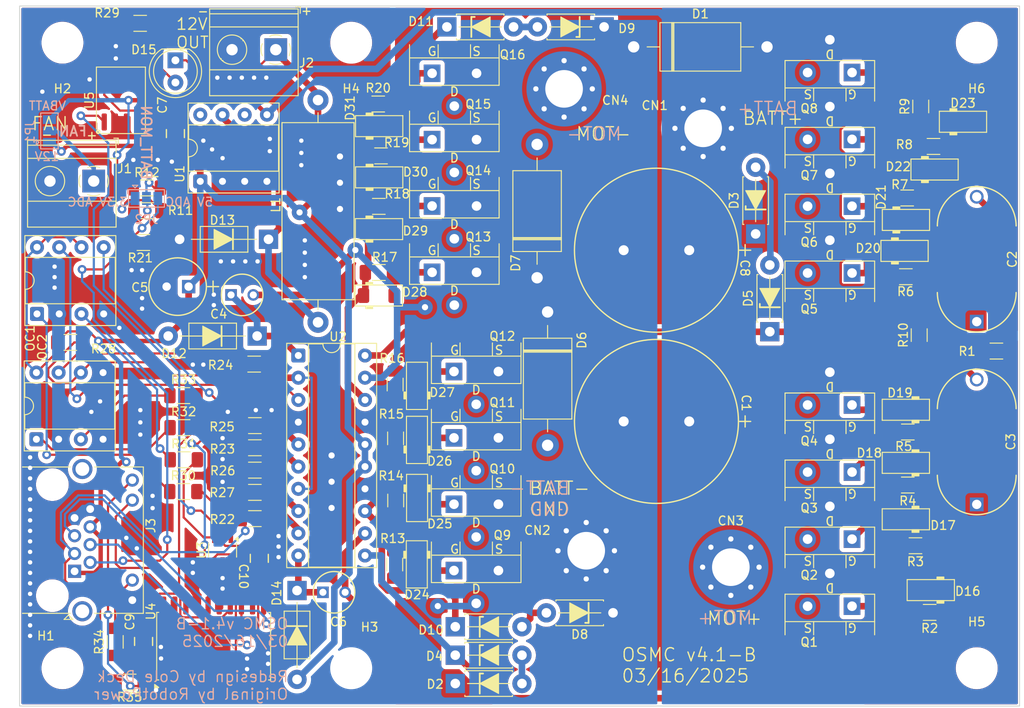
<source format=kicad_pcb>
(kicad_pcb
	(version 20241229)
	(generator "pcbnew")
	(generator_version "9.0")
	(general
		(thickness 1.6)
		(legacy_teardrops no)
	)
	(paper "A4")
	(layers
		(0 "F.Cu" signal)
		(2 "B.Cu" signal)
		(9 "F.Adhes" user "F.Adhesive")
		(11 "B.Adhes" user "B.Adhesive")
		(13 "F.Paste" user)
		(15 "B.Paste" user)
		(5 "F.SilkS" user "F.Silkscreen")
		(7 "B.SilkS" user "B.Silkscreen")
		(1 "F.Mask" user)
		(3 "B.Mask" user)
		(17 "Dwgs.User" user "User.Drawings")
		(19 "Cmts.User" user "User.Comments")
		(21 "Eco1.User" user "User.Eco1")
		(23 "Eco2.User" user "User.Eco2")
		(25 "Edge.Cuts" user)
		(27 "Margin" user)
		(31 "F.CrtYd" user "F.Courtyard")
		(29 "B.CrtYd" user "B.Courtyard")
		(35 "F.Fab" user)
		(33 "B.Fab" user)
		(39 "User.1" user)
		(41 "User.2" user)
		(43 "User.3" user)
		(45 "User.4" user)
		(47 "User.5" user)
		(49 "User.6" user)
		(51 "User.7" user)
		(53 "User.8" user)
		(55 "User.9" user)
	)
	(setup
		(pad_to_mask_clearance 0)
		(allow_soldermask_bridges_in_footprints no)
		(tenting front back)
		(pcbplotparams
			(layerselection 0x00000000_00000000_55555555_5755f5ff)
			(plot_on_all_layers_selection 0x00000000_00000000_00000000_00000000)
			(disableapertmacros no)
			(usegerberextensions no)
			(usegerberattributes yes)
			(usegerberadvancedattributes yes)
			(creategerberjobfile yes)
			(dashed_line_dash_ratio 12.000000)
			(dashed_line_gap_ratio 3.000000)
			(svgprecision 4)
			(plotframeref no)
			(mode 1)
			(useauxorigin no)
			(hpglpennumber 1)
			(hpglpenspeed 20)
			(hpglpendiameter 15.000000)
			(pdf_front_fp_property_popups yes)
			(pdf_back_fp_property_popups yes)
			(pdf_metadata yes)
			(pdf_single_document no)
			(dxfpolygonmode yes)
			(dxfimperialunits yes)
			(dxfusepcbnewfont yes)
			(psnegative no)
			(psa4output no)
			(plot_black_and_white yes)
			(plotinvisibletext no)
			(sketchpadsonfab no)
			(plotpadnumbers no)
			(hidednponfab no)
			(sketchdnponfab yes)
			(crossoutdnponfab yes)
			(subtractmaskfromsilk no)
			(outputformat 1)
			(mirror no)
			(drillshape 1)
			(scaleselection 1)
			(outputdirectory "")
		)
	)
	(net 0 "")
	(net 1 "VBATT")
	(net 2 "GND")
	(net 3 "BHS")
	(net 4 "Net-(C2-Pad2)")
	(net 5 "AHS")
	(net 6 "Net-(C3-Pad2)")
	(net 7 "Net-(D12-K)")
	(net 8 "+12V")
	(net 9 "Net-(D14-K)")
	(net 10 "+5V")
	(net 11 "DISABLE")
	(net 12 "AHI")
	(net 13 "ALI")
	(net 14 "BATT_MON")
	(net 15 "BLI")
	(net 16 "Net-(D2-A)")
	(net 17 "Net-(D3-A)")
	(net 18 "AHO")
	(net 19 "BHO")
	(net 20 "Net-(D10-A)")
	(net 21 "Net-(D11-A)")
	(net 22 "ALO")
	(net 23 "BLO")
	(net 24 "Net-(D13-K)")
	(net 25 "Net-(D15-Pad2)")
	(net 26 "Net-(D16-A)")
	(net 27 "Net-(D17-A)")
	(net 28 "Net-(D18-A)")
	(net 29 "Net-(D19-A)")
	(net 30 "Net-(D20-A)")
	(net 31 "Net-(D21-A)")
	(net 32 "Net-(D22-A)")
	(net 33 "Net-(D23-A)")
	(net 34 "Net-(D24-A)")
	(net 35 "Net-(D25-A)")
	(net 36 "Net-(D26-A)")
	(net 37 "Net-(D27-A)")
	(net 38 "Net-(D28-A)")
	(net 39 "Net-(D29-A)")
	(net 40 "Net-(D30-A)")
	(net 41 "Net-(D31-A)")
	(net 42 "Net-(J1-Pin_1)")
	(net 43 "Net-(U2-HDEL)")
	(net 44 "Net-(U2-LDEL)")
	(net 45 "unconnected-(U1-NC-Pad6)")
	(net 46 "unconnected-(U1-NC-Pad8)")
	(net 47 "DIRECTION")
	(net 48 "ENABLE")
	(net 49 "SPEED")
	(net 50 "Net-(J3-Pad10)")
	(net 51 "EN_IN_LED")
	(net 52 "Net-(J3-Pad12)")
	(net 53 "Net-(OC1-Pad3)")
	(net 54 "Net-(OC1-Pad1)")
	(net 55 "Net-(OC2-Pad1)")
	(net 56 "Net-(OC2-Pad3)")
	(net 57 "Net-(R30-Pad2)")
	(net 58 "Net-(R31-Pad2)")
	(net 59 "EN_IN_B")
	(net 60 "EN_IN_A")
	(net 61 "PWM_IN")
	(net 62 "DIR_IN")
	(net 63 "unconnected-(U4-2Y1-Pad5)")
	(net 64 "unconnected-(U4-2Y0-Pad3)")
	(net 65 "unconnected-(U4-1Y3-Pad12)")
	(net 66 "unconnected-(U5-NC-Pad4)")
	(net 67 "unconnected-(U5-NC-Pad5)")
	(net 68 "Net-(JP2-A)")
	(net 69 "Net-(JP2-B)")
	(footprint "Package_SO_AKL:SOIC-8_3.9x4.9mm_P1.27mm" (layer "F.Cu") (at 113.18 61.59 90))
	(footprint "MountingHole:MountingHole_4.3mm_M4_Pad_Via" (layer "F.Cu") (at 166.365 113.07))
	(footprint "Diode_THT_AKL:D_DO-41_SOD81_P10.16mm_Horizontal" (layer "F.Cu") (at 130.05 77.475 180))
	(footprint "C4,6:CAP_T350B_4p5X4p5-2p54_KEM" (layer "F.Cu") (at 127.04 83.83))
	(footprint "TO220-3-Staggered:TO-220-3_Vertical_GDS_Staggered" (layer "F.Cu") (at 151.25 115.3375))
	(footprint "Resistor_SMD:R_1206_3216Metric_Pad1.30x1.75mm_HandSolder" (layer "F.Cu") (at 142.66 73.71))
	(footprint "Package_DIP:DIP-20_W7.62mm_Socket" (layer "F.Cu") (at 133.46 90.755))
	(footprint "TO220-3-Staggered:TO-220-3_Vertical_GDS_Staggered" (layer "F.Cu") (at 196.75 58.4125 180))
	(footprint "MountingHole:MountingHole_4.3mm_M4" (layer "F.Cu") (at 106.5 126.5))
	(footprint "Resistor_SMD:R_1206_3216Metric_Pad1.30x1.75mm_HandSolder" (layer "F.Cu") (at 203.125 99.5 180))
	(footprint "Resistor_SMD:R_1206_3216Metric_Pad1.30x1.75mm_HandSolder" (layer "F.Cu") (at 115.75 77.84 180))
	(footprint "Resistor_SMD:R_1206_3216Metric_Pad1.30x1.75mm_HandSolder" (layer "F.Cu") (at 114.18 128.09))
	(footprint "TO220-3-Staggered:TO-220-3_Vertical_GDS_Staggered" (layer "F.Cu") (at 148.75 58.5))
	(footprint "Diode_SMD_AKL:D_MiniMELF" (layer "F.Cu") (at 202.75 78.8))
	(footprint "Inductor_THT:L_Axial_L20.0mm_D8.0mm_P25.40mm_Horizontal" (layer "F.Cu") (at 135.71 86.96 90))
	(footprint "Package_DIP:DIP-8_W7.62mm_Socket" (layer "F.Cu") (at 103.59 86 90))
	(footprint "Resistor_SMD:R_1206_3216Metric_Pad1.30x1.75mm_HandSolder" (layer "F.Cu") (at 120.37 102.67))
	(footprint "TSOP-6-WidePads:TSOP-6_1.65x3.05mm_P0.95mm" (layer "F.Cu") (at 124.8 113 -90))
	(footprint "TO220-3-Staggered:TO-220-3_Vertical_GDS_Staggered" (layer "F.Cu") (at 196.75 96.4125 180))
	(footprint "TO220-3-Staggered:TO-220-3_Vertical_GDS_Staggered" (layer "F.Cu") (at 196.75 73.6908 180))
	(footprint "Diode_THT:D_DO-201AE_P15.24mm_Horizontal" (layer "F.Cu") (at 161.95 85.78 -90))
	(footprint "Diode_THT_AKL:D_DO-41_SOD81_P7.62mm_Horizontal_Zener" (layer "F.Cu") (at 185.73 76.86 90))
	(footprint "Diode_SMD_AKL:D_MiniMELF" (layer "F.Cu") (at 142.7 70.39))
	(footprint "MountingHole:MountingHole_4.3mm_M4_Pad_Via" (layer "F.Cu") (at 179.73 64.79))
	(footprint "Resistor_SMD:R_1206_3216Metric_Pad1.30x1.75mm_HandSolder" (layer "F.Cu") (at 206.06 66.86))
	(footprint "Package_DIP:DIP-8_W7.62mm_Socket" (layer "F.Cu") (at 103.52 100.33 90))
	(footprint "Resistor_SMD:R_1206_3216Metric_Pad1.30x1.75mm_HandSolder" (layer "F.Cu") (at 144.575 100.225 90))
	(footprint "Diode_THT_AKL:D_DO-41_SOD81_P7.62mm_Horizontal_Zener" (layer "F.Cu") (at 151.4 121.76))
	(footprint "TerminalBlock_Phoenix:TerminalBlock_Phoenix_MKDS-1,5-2_1x02_P5.00mm_Horizontal" (layer "F.Cu") (at 130.88 55.8 180))
	(footprint "Resistor_SMD:R_1206_3216Metric_Pad1.30x1.75mm_HandSolder" (layer "F.Cu") (at 144.59 107.33 -90))
	(footprint "TO220-3-Staggered:TO-220-3_Vertical_GDS_Staggered" (layer "F.Cu") (at 196.75 104.0792 180))
	(footprint "C2,3:CAP_225P_WA_0.70X0.40X0.55_CND_NARROW" (layer "F.Cu") (at 211 107.7748 90))
	(footprint "Diode_SMD_AKL:D_MiniMELF" (layer "F.Cu") (at 209.43 64.04))
	(footprint "Diode_THT:D_DO-201AE_P15.24mm_Horizontal" (layer "F.Cu") (at 160.75 81.87 90))
	(footprint "Diode_THT_AKL:D_DO-41_SOD81_P7.62mm_Horizontal_Zener" (layer "F.Cu") (at 187.35 88.035 90))
	(footprint "TO220-3-Staggered:TO-220-3_Vertical_GDS_Staggered"
		(layer "F.Cu")
		(uuid "58ec8157-ff71-4e42-bf90-34ffbba27168")
		(at 196.75 111.7458 180)
		(descr "TO-220-3, Vertical, RM 2.54mm, see https://www.vishay.com/docs/66542/to-220-1.pdf, Alternate KiCad Library")
		(tags "TO-220-3 Vertical RM 2.54mm")
		(property "Reference" "Q2"
			(at 4.9 -4.1125 0)
			(layer "F.SilkS")
			(uuid "e24f22f2-6050-4c60-b919-b6279e785bf9")
			(effects
				(font
					(size 1 1)
					(thickness 0.15)
				)
			)
		)
		(property "Value" "IRF1405"
			(at 2.54 2.5 0)
			(layer "F.Fab")
			(hide yes)
			(uuid "4ed4fde2-f293-4dbc-a204-5d28119de843")
			(effects
				(font
					(size 1 1)
					(thickness 0.15)
				)
			)
		)
		(property "Datasheet" "https://www.tme.eu/Document/5d03459d5e32429fc7bb326296c569be/irf1405.pdf"
			(at 0 0 180)
			(layer "F.Fab")
			(hide yes)
			(uuid "c057975a-789f-4968-a845-8c681303ce1b")
			(effects
				(font
					(size 1.27 1.27)
					(thickness 0.15)
				)
			)
		)
		(property "Description" ""
			(at 0 0 180)
			(layer "F.Fab")
			(hide yes)
			(uuid "49587152-2f11-4a51-9f59-e47953ed6726")
			(effects
				(font
					(size 1.27 1.27)
					(thickness 0.15)
				)
			)
		)
		(path "/87725558-5177-4ba6-aae6-270c00731bd7")
		(sheetname "/")
		(sheetfile "OSMC-v4.0.kicad_sch")
		(fp_line
			(start 7.66 -3.27)
			(end 7.66 1.371)
			(stroke
				(width 0.12)
				(type solid)
			)
			(layer "F.SilkS")
			(uuid "ef2b7eac-6942-43b9-af73-32927398f473")
		)
		(fp_line
			(start 4.391 -3.27)
			(end 4.391 -1.76)
			(stroke
				(width 0.12)
				(type solid)
			)
			(layer "F.SilkS")
			(uuid "0f94f953-ddb2-4e86-9380-03369d086b31")
		)
		(fp_line
			(start 0.69 -3.27)
			(end 0.69 -1.76)
			(stroke
				(width 0.12)
				(type solid)
			)
			(layer "F.SilkS")
			(uuid "98ba15d2-1554-4b5b-982e-441f36a31f6f")
		)
		(fp_line
			(start -2.58 1.371)
			(end 7.66 1.371)
			(stroke
				(width 0.12)
				(type solid)
			)
			(layer "F.SilkS")
			(uuid "4d795e91-2032-4815-986e-6b7f0ecb7417")
		)
		(fp_line
			(start -2.58 -1.76)
			(end 7.66 -1.76)
			(stroke
				(width 0.12)
				(type solid)
			)
			(layer "F.SilkS")
			(uuid "e6036090-5929-4a4a-9cae-c327916c185f")
		)
		(fp_line
			(start -2.58 -3.27)
			(end -2.58 1.371)
			(stroke
				(width 0.12)
				(type solid)
			)
			(layer "F.SilkS")
			(uuid "a65b505d-da51-4bed-9ea3-26097eb7e7c0")
		)
		(fp_line
			(start 7.79 1.51)
			(end 7.79 -3.4)
			(stroke
				(width 0.05)
				(type solid)
			)
			(layer "F.CrtYd")
			(uuid "8ea04f62-49e6-4b3a-bc9e-6d4816f2c521")
		)
		(fp_line
			(start 7.79 -3.4)
			(end -2.71 -3.4)
			(stroke
				(width 0.05)
				(type solid)
			)
			(layer "F.CrtYd")
			(uuid "a7cff443-9112-47f2-aa13-12024f72761c")
		)
		(fp_line
			(start -2.71 1.51)
			(end 7.79 1.51)
			(stroke
				(width 0.05)
				(type solid)
			)
			(layer "F.CrtYd")
			(uuid "91def40c-b327-4847-9d9f-c50079ae2a88")
		)
		(fp_line
			(start -2.71 -3.4)
			(end -2.71 1.51)
			(stroke
				(width 0.05)
				(type solid)
			)
			(layer "F.CrtYd")
			(uuid "afdf563e-d240-406e-9886-0ba6293313ae")
		)
		(fp_line
			(start 7.54 1.25)
			(end 7.54 -3.15)
			(stroke
				(width 0.1)
				(type solid)
			)
			(layer "F.Fab")
			(uuid "aba78542-d968-4867-ac05-ed0cd64b7190")
		)
		(fp_line
			(start 7.54 -3.15)
			(end -2.46 -3.15)
			(stroke
				(width 0.1)
				(type solid)
			)
			(layer "F.Fab")
			(uuid "9909df29-f236-4c10-821d-bce08668623a")
		)
		(fp_line
			(start 4.39 -3.15)
			(end 4.39 -1.88)
			(stroke
				(width 0.1)
				(type solid)
			)
			(layer "F.Fab")
			(uuid "6bb5e1e7-e42c-4880-a3cf-2dde2a48d36b")
		)
		(fp_line
			(start 0.69 -3.15)
			(end 0.69 -1.88)
			(stroke
				(width 0.1)
				(type solid)
			)
			(layer "F.Fab")
			(uuid "4ccff265-cf3f-432f-b561-7760
... [1049385 chars truncated]
</source>
